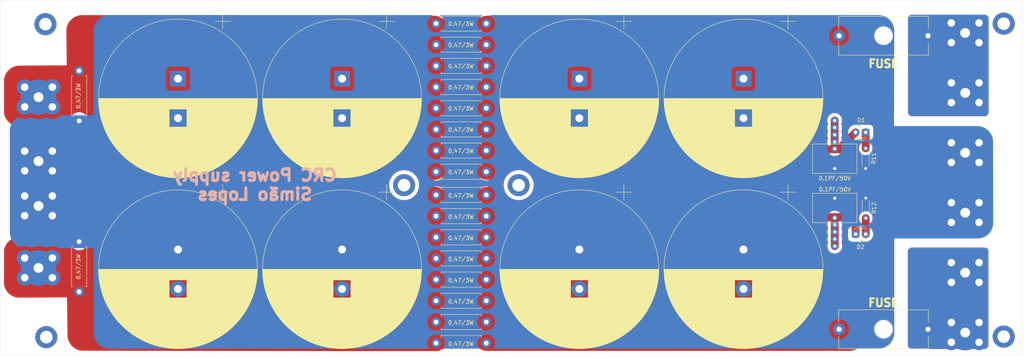
<source format=kicad_pcb>
(kicad_pcb (version 20211014) (generator pcbnew)
  (layers (0 "F.Cu" signal) (31 "B.Cu" signal) (34 "B.Paste" user) (35 "F.Paste" user) (36 "B.SilkS" user "B.Silkscreen") (37 "F.SilkS" user "F.Silkscreen") (38 "B.Mask" user) (39 "F.Mask" user) (44 "Edge.Cuts" user))
  (net 0 "")
  (net 1 "Net-(C1-Pad2)")
  (net 2 "Net-(C1-Pad1)")
  (net 3 "Net-(C10-Pad2)")
  (net 4 "Net-(D2-Pad2)")
  (net 5 "Net-(F1-Pad1)")
  (net 6 "Net-(F2-Pad1)")
  (net 7 "Net-(D1-Pad1)")
  (footprint "MountingHole:MountingHole_3.2mm_M3_DIN965_Pad" (layer "F.Cu") (at 273.59864 134.7978)
    (fp_text reference "H3" hide)
    (fp_text value "MountingHole")
    (pad "1" thru_hole circle locked (at 0 0) (size 5.6 5.6) (drill 3.2) (layers *.Cu *.Mask))
  )
  (footprint "Resistor_THT:R_Axial_DIN0411_L9.9mm_D3.6mm_P12.70mm_Horizontal" (layer "F.Cu") (at 129.92608 93.00972)
    (fp_text reference "0,47/3W" (at 6.30428 0.08736) (layer "F.SilkS"))
    (fp_text value "R")
    (pad "1" thru_hole circle locked (at 0 0) (size 2.4 2.4) (drill 1.2) (layers *.Cu *.Mask) (net 2 "Net-(C1-Pad1)"))
    (pad "2" thru_hole oval locked (at 12.7 0) (size 2.4 2.4) (drill 1.2) (layers *.Cu *.Mask) (net 2 "Net-(C1-Pad1)"))
  )
  (footprint "Resistor_THT:R_Axial_DIN0411_L9.9mm_D3.6mm_P12.70mm_Horizontal" (layer "F.Cu") (at 129.92608 87.642332)
    (fp_text reference "0,47/3W" (at 6.30428 0.08736) (layer "F.SilkS"))
    (fp_text value "R")
    (pad "1" thru_hole circle locked (at 0 0) (size 2.4 2.4) (drill 1.2) (layers *.Cu *.Mask) (net 2 "Net-(C1-Pad1)"))
    (pad "2" thru_hole oval locked (at 12.7 0) (size 2.4 2.4) (drill 1.2) (layers *.Cu *.Mask) (net 2 "Net-(C1-Pad1)"))
  )
  (footprint "Resistor_THT:R_Axial_DIN0411_L9.9mm_D3.6mm_P12.70mm_Horizontal" (layer "F.Cu") (at 129.92608 82.27495)
    (fp_text reference "0,47/3W" (at 6.30428 0.08736) (layer "F.SilkS"))
    (fp_text value "R")
    (pad "1" thru_hole circle locked (at 0 0) (size 2.4 2.4) (drill 1.2) (layers *.Cu *.Mask) (net 2 "Net-(C1-Pad1)"))
    (pad "2" thru_hole oval locked (at 12.7 0) (size 2.4 2.4) (drill 1.2) (layers *.Cu *.Mask) (net 2 "Net-(C1-Pad1)"))
  )
  (footprint "Resistor_THT:R_Axial_DIN0411_L9.9mm_D3.6mm_P12.70mm_Horizontal" (layer "F.Cu") (at 129.92608 76.907568)
    (fp_text reference "0,47/3W" (at 6.30428 0.08736) (layer "F.SilkS"))
    (fp_text value "R")
    (pad "1" thru_hole circle locked (at 0 0) (size 2.4 2.4) (drill 1.2) (layers *.Cu *.Mask) (net 2 "Net-(C1-Pad1)"))
    (pad "2" thru_hole oval locked (at 12.7 0) (size 2.4 2.4) (drill 1.2) (layers *.Cu *.Mask) (net 2 "Net-(C1-Pad1)"))
  )
  (footprint "Resistor_THT:R_Axial_DIN0411_L9.9mm_D3.6mm_P12.70mm_Horizontal" (layer "F.Cu") (at 129.92608 136.45388)
    (fp_text reference "0,47/3W" (at 6.30428 0.1788) (layer "F.SilkS"))
    (fp_text value "R")
    (pad "1" thru_hole circle locked (at 0 0) (size 2.4 2.4) (drill 1.2) (layers *.Cu *.Mask) (net 3 "Net-(C10-Pad2)"))
    (pad "2" thru_hole oval locked (at 12.7 0) (size 2.4 2.4) (drill 1.2) (layers *.Cu *.Mask) (net 3 "Net-(C10-Pad2)"))
  )
  (footprint "Resistor_THT:R_Axial_DIN0411_L9.9mm_D3.6mm_P12.70mm_Horizontal" (layer "F.Cu") (at 129.92608 131.086492)
    (fp_text reference "0,47/3W" (at 6.30428 0.1788) (layer "F.SilkS"))
    (fp_text value "R")
    (pad "1" thru_hole circle locked (at 0 0) (size 2.4 2.4) (drill 1.2) (layers *.Cu *.Mask) (net 3 "Net-(C10-Pad2)"))
    (pad "2" thru_hole oval locked (at 12.7 0) (size 2.4 2.4) (drill 1.2) (layers *.Cu *.Mask) (net 3 "Net-(C10-Pad2)"))
  )
  (footprint "Resistor_THT:R_Axial_DIN0411_L9.9mm_D3.6mm_P12.70mm_Horizontal" (layer "F.Cu") (at 129.92608 125.71911)
    (fp_text reference "0,47/3W" (at 6.30428 0.1788) (layer "F.SilkS"))
    (fp_text value "R")
    (pad "1" thru_hole circle locked (at 0 0) (size 2.4 2.4) (drill 1.2) (layers *.Cu *.Mask) (net 3 "Net-(C10-Pad2)"))
    (pad "2" thru_hole oval locked (at 12.7 0) (size 2.4 2.4) (drill 1.2) (layers *.Cu *.Mask) (net 3 "Net-(C10-Pad2)"))
  )
  (footprint "Resistor_THT:R_Axial_DIN0411_L9.9mm_D3.6mm_P12.70mm_Horizontal" (layer "F.Cu") (at 129.92608 120.351728)
    (fp_text reference "0,47/3W" (at 6.30428 0.1788) (layer "F.SilkS"))
    (fp_text value "R")
    (pad "1" thru_hole circle locked (at 0 0) (size 2.4 2.4) (drill 1.2) (layers *.Cu *.Mask) (net 3 "Net-(C10-Pad2)"))
    (pad "2" thru_hole oval locked (at 12.7 0) (size 2.4 2.4) (drill 1.2) (layers *.Cu *.Mask) (net 3 "Net-(C10-Pad2)"))
  )
  (footprint "MountingHole:MountingHole_3.2mm_M3_DIN965_Pad" (layer "F.Cu") (at 121.80316 96.40824)
    (fp_text reference "H3" hide)
    (fp_text value "MountingHole")
    (pad "1" thru_hole circle locked (at 0 0) (size 5.6 5.6) (drill 3.2) (layers *.Cu *.Mask))
  )
  (footprint "Resistor_THT:R_Axial_DIN0204_L3.6mm_D1.6mm_P5.08mm_Horizontal" (layer "F.Cu") (at 238.64824 92.15628 90)
    (fp_text reference "R11" (at 2.54 2.05764 90) (layer "F.SilkS"))
    (fp_text value "R")
    (pad "1" thru_hole circle locked (at 0 0 90) (size 1.4 1.4) (drill 0.7) (layers *.Cu *.Mask) (net 1 "Net-(C1-Pad2)"))
    (pad "2" thru_hole oval locked (at 5.08 0 90) (size 1.4 1.4) (drill 0.7) (layers *.Cu *.Mask) (net 7 "Net-(D1-Pad1)"))
  )
  (footprint "Capacitor_THT:CP_Radial_D40.0mm_P10.00mm_SnapIn" (layer "F.Cu") (at 64.58204 69.4182 -90)
    (fp_text reference "C1" hide)
    (fp_text value "CP")
    (pad "1" thru_hole rect locked (at 0 0 270) (size 4 4) (drill 2) (layers *.Cu *.Mask) (net 2 "Net-(C1-Pad1)"))
    (pad "2" thru_hole circle locked (at 10 0 270) (size 4 4) (drill 2) (layers *.Cu *.Mask) (net 1 "Net-(C1-Pad2)"))
  )
  (footprint "Capacitor_THT:CP_Radial_D40.0mm_P10.00mm_SnapIn" (layer "F.Cu") (at 106.10596 69.4182 -90)
    (fp_text reference "C2" hide)
    (fp_text value "CP")
    (pad "1" thru_hole rect locked (at 0 0 270) (size 4 4) (drill 2) (layers *.Cu *.Mask) (net 2 "Net-(C1-Pad1)"))
    (pad "2" thru_hole circle locked (at 10 0 270) (size 4 4) (drill 2) (layers *.Cu *.Mask) (net 1 "Net-(C1-Pad2)"))
  )
  (footprint "Capacitor_THT:CP_Radial_D40.0mm_P10.00mm_SnapIn" (layer "F.Cu") (at 166.17188 69.4182 -90)
    (fp_text reference "C3" hide)
    (fp_text value "CP")
    (pad "1" thru_hole rect locked (at 0 0 270) (size 4 4) (drill 2) (layers *.Cu *.Mask) (net 2 "Net-(C1-Pad1)"))
    (pad "2" thru_hole circle locked (at 10 0 270) (size 4 4) (drill 2) (layers *.Cu *.Mask) (net 1 "Net-(C1-Pad2)"))
  )
  (footprint "Capacitor_THT:CP_Radial_D40.0mm_P10.00mm_SnapIn" (layer "F.Cu") (at 207.72188 69.4182 -90)
    (fp_text reference "C4" hide)
    (fp_text value "CP")
    (pad "1" thru_hole rect locked (at 0 0 270) (size 4 4) (drill 2) (layers *.Cu *.Mask) (net 2 "Net-(C1-Pad1)"))
    (pad "2" thru_hole circle locked (at 10 0 270) (size 4 4) (drill 2) (layers *.Cu *.Mask) (net 1 "Net-(C1-Pad2)"))
  )
  (footprint "Capacitor_THT:CP_Radial_D40.0mm_P10.00mm_SnapIn" (layer "F.Cu") (at 64.58204 112.72012 -90)
    (fp_text reference "C6" hide)
    (fp_text value "CP")
    (pad "1" thru_hole rect locked (at 0 0 270) (size 4 4) (drill 2) (layers *.Cu *.Mask) (net 1 "Net-(C1-Pad2)"))
    (pad "2" thru_hole circle locked (at 10 0 270) (size 4 4) (drill 2) (layers *.Cu *.Mask) (net 3 "Net-(C10-Pad2)"))
  )
  (footprint "Capacitor_THT:CP_Radial_D40.0mm_P10.00mm_SnapIn" (layer "F.Cu") (at 106.10596 112.72012 -90)
    (fp_text reference "C7" hide)
    (fp_text value "CP")
    (pad "1" thru_hole rect locked (at 0 0 270) (size 4 4) (drill 2) (layers *.Cu *.Mask) (net 1 "Net-(C1-Pad2)"))
    (pad "2" thru_hole circle locked (at 10 0 270) (size 4 4) (drill 2) (layers *.Cu *.Mask) (net 3 "Net-(C10-Pad2)"))
  )
  (footprint "Capacitor_THT:CP_Radial_D40.0mm_P10.00mm_SnapIn" (layer "F.Cu") (at 207.72188 112.72012 -90)
    (fp_text reference "C8" hide)
    (fp_text value "CP")
    (pad "1" thru_hole rect locked (at 0 0 270) (size 4 4) (drill 2) (layers *.Cu *.Mask) (net 1 "Net-(C1-Pad2)"))
    (pad "2" thru_hole circle locked (at 10 0 270) (size 4 4) (drill 2) (layers *.Cu *.Mask) (net 3 "Net-(C10-Pad2)"))
  )
  (footprint "Capacitor_THT:CP_Radial_D40.0mm_P10.00mm_SnapIn" (layer "F.Cu") (at 166.17188 112.72012 -90)
    (fp_text reference "C9" hide)
    (fp_text value "CP")
    (pad "1" thru_hole rect locked (at 0 0 270) (size 4 4) (drill 2) (layers *.Cu *.Mask) (net 1 "Net-(C1-Pad2)"))
    (pad "2" thru_hole circle locked (at 10 0 270) (size 4 4) (drill 2) (layers *.Cu *.Mask) (net 3 "Net-(C10-Pad2)"))
  )
  (footprint "LED_THT:LED_D3.0mm" (layer "F.Cu") (at 238.64824 83.02244 180)
    (fp_text reference "D1" (at 1.16332 3.08864) (layer "F.SilkS"))
    (fp_text value "LED")
    (pad "1" thru_hole rect locked (at 0 0 180) (size 1.8 1.8) (drill 0.9) (layers *.Cu *.Mask) (net 7 "Net-(D1-Pad1)"))
    (pad "2" thru_hole circle locked (at 2.54 0 180) (size 1.8 1.8) (drill 0.9) (layers *.Cu *.Mask) (net 2 "Net-(C1-Pad1)"))
  )
  (footprint "LED_THT:LED_D3.0mm" (layer "F.Cu") (at 236.10316 108.82376)
    (fp_text reference "D2" (at 1.23952 3.24612) (layer "F.SilkS"))
    (fp_text value "LED")
    (pad "1" thru_hole rect locked (at 0 0) (size 1.8 1.8) (drill 0.9) (layers *.Cu *.Mask) (net 3 "Net-(C10-Pad2)"))
    (pad "2" thru_hole circle locked (at 2.54 0) (size 1.8 1.8) (drill 0.9) (layers *.Cu *.Mask) (net 4 "Net-(D2-Pad2)"))
  )
  (footprint "Fuse:Fuseholder_Cylinder-5x20mm_Schurter_0031_8201_Horizontal_Open" (layer "F.Cu") (at 254.42672 132.92012 180)
    (fp_text reference "FUSE" (at 11.29792 6.70752) (layer "F.SilkS") (effects (font (size 2 2) (thickness 0.5))))
    (fp_text value "Fuse")
    (pad "" np_thru_hole circle locked (at 11.25 0 180) (size 2.7 2.7) (drill 2.7) (layers *.Cu *.Mask))
    (pad "1" thru_hole circle locked (at 0 0 180) (size 3 3) (drill 1.3) (layers *.Cu *.Mask) (net 6 "Net-(F2-Pad1)"))
    (pad "2" thru_hole circle locked (at 22.5 0 180) (size 3 3) (drill 1.3) (layers *.Cu *.Mask) (net 3 "Net-(C10-Pad2)"))
  )
  (footprint "Custom Library:M4_Screw_Terminal" (layer "F.Cu") (at 260.34446 100.847836)
    (fp_text reference "GND1" hide)
    (fp_text value " " hide)
    (pad "1" thru_hole circle (at 0 0) (size 4 4) (drill 1.905) (layers *.Cu *.Mask) (net 1 "Net-(C1-Pad2)"))
    (pad "1" thru_hole circle (at 3.5 2.54) (size 9 9) (drill 2.5) (layers *.Cu *.Mask) (net 1 "Net-(C1-Pad2)"))
    (pad "1" thru_hole circle (at 7.0104 0) (size 4 4) (drill 1.905) (layers *.Cu *.Mask) (net 1 "Net-(C1-Pad2)"))
    (pad "1" thru_hole circle (at 7.0104 5.0038) (size 4 4) (drill 1.905) (layers *.Cu *.Mask) (net 1 "Net-(C1-Pad2)"))
    (pad "1" thru_hole circle (at 0 5.0038) (size 4 4) (drill 1.905) (layers *.Cu *.Mask) (net 1 "Net-(C1-Pad2)"))
  )
  (footprint "Custom Library:M4_Screw_Terminal" (layer "F.Cu") (at 260.34446 85.658744)
    (fp_text reference "GND2" hide)
    (fp_text value " " hide)
    (pad "1" thru_hole circle (at 7.0104 5.0038) (size 4 4) (drill 1.905) (layers *.Cu *.Mask) (net 1 "Net-(C1-Pad2)"))
    (pad "1" thru_hole circle (at 0 0) (size 4 4) (drill 1.905) (layers *.Cu *.Mask) (net 1 "Net-(C1-Pad2)"))
    (pad "1" thru_hole circle (at 0 5.0038) (size 4 4) (drill 1.905) (layers *.Cu *.Mask) (net 1 "Net-(C1-Pad2)"))
    (pad "1" thru_hole circle (at 7.0104 0) (size 4 4) (drill 1.905) (layers *.Cu *.Mask) (net 1 "Net-(C1-Pad2)"))
    (pad "1" thru_hole circle (at 3.5 2.54) (size 9 9) (drill 2.5) (layers *.Cu *.Mask) (net 1 "Net-(C1-Pad2)"))
  )
  (footprint "MountingHole:MountingHole_3.2mm_M3_DIN965_Pad" (layer "F.Cu") (at 31.0134 55.59552)
    (fp_text reference "H1" hide)
    (fp_text value "MountingHole")
    (pad "1" thru_hole circle locked (at 0 0) (size 5.6 5.6) (drill 3.2) (layers *.Cu *.Mask))
  )
  (footprint "MountingHole:MountingHole_3.2mm_M3_DIN965_Pad" (layer "F.Cu") (at 31.242 134.92988)
    (fp_text reference "H2" hide)
    (fp_text value "MountingHole")
    (pad "1" thru_hole circle locked (at 0 0) (size 5.6 5.6) (drill 3.2) (layers *.Cu *.Mask))
  )
  (footprint "Resistor_THT:R_Axial_DIN0411_L9.9mm_D3.6mm_P12.70mm_Horizontal" (layer "F.Cu") (at 39.55288 123.413183 90)
    (fp_text reference "0,47/3W" (at 6.35 -0.18696 90) (layer "F.SilkS"))
    (fp_text value "R")
    (pad "1" thru_hole circle locked (at 0 0 90) (size 2.4 2.4) (drill 1.2) (layers *.Cu *.Mask) (net 3 "Net-(C10-Pad2)"))
    (pad "2" thru_hole oval locked (at 12.7 0 90) (size 2.4 2.4) (drill 1.2) (layers *.Cu *.Mask) (net 1 "Net-(C1-Pad2)"))
  )
  (footprint "Resistor_THT:R_Axial_DIN0411_L9.9mm_D3.6mm_P12.70mm_Horizontal" (layer "F.Cu") (at 39.55288 80.111263 90)
    (fp_text reference "0,47/3W" (at 6.35 -0.18696 90) (layer "F.SilkS"))
    (fp_text value "R")
    (pad "1" thru_hole circle locked (at 0 0 90) (size 2.4 2.4) (drill 1.2) (layers *.Cu *.Mask) (net 1 "Net-(C1-Pad2)"))
    (pad "2" thru_hole oval locked (at 12.7 0 90) (size 2.4 2.4) (drill 1.2) (layers *.Cu *.Mask) (net 2 "Net-(C1-Pad1)"))
  )
  (footprint "Resistor_THT:R_Axial_DIN0411_L9.9mm_D3.6mm_P12.70mm_Horizontal" (layer "F.Cu") (at 129.92608 55.43804)
    (fp_text reference "0,47/3W" (at 6.30428 0.08736) (layer "F.SilkS"))
    (fp_text value "R")
    (pad "1" thru_hole circle locked (at 0 0) (size 2.4 2.4) (drill 1.2) (layers *.Cu *.Mask) (net 2 "Net-(C1-Pad1)"))
    (pad "2" thru_hole oval locked (at 12.7 0) (size 2.4 2.4) (drill 1.2) (layers *.Cu *.Mask) (net 2 "Net-(C1-Pad1)"))
  )
  (footprint "Resistor_THT:R_Axial_DIN0411_L9.9mm_D3.6mm_P12.70mm_Horizontal" (layer "F.Cu") (at 129.92608 60.805422)
    (fp_text reference "0,47/3W" (at 6.30428 0.08736) (layer "F.SilkS"))
    (fp_text value "R")
    (pad "1" thru_hole circle locked (at 0 0) (size 2.4 2.4) (drill 1.2) (layers *.Cu *.Mask) (net 2 "Net-(C1-Pad1)"))
    (pad "2" thru_hole oval locked (at 12.7 0) (size 2.4 2.4) (drill 1.2) (layers *.Cu *.Mask) (net 2 "Net-(C1-Pad1)"))
  )
  (footprint "Resistor_THT:R_Axial_DIN0411_L9.9mm_D3.6mm_P12.70mm_Horizontal" (layer "F.Cu") (at 129.92608 66.172804)
    (fp_text reference "0,47/3W" (at 6.30428 0.08736) (layer "F.SilkS"))
    (fp_text value "R")
    (pad "1" thru_hole circle locked (at 0 0) (size 2.4 2.4) (drill 1.2) (layers *.Cu *.Mask) (net 2 "Net-(C1-Pad1)"))
    (pad "2" thru_hole oval locked (at 12.7 0) (size 2.4 2.4) (drill 1.2) (layers *.Cu *.Mask) (net 2 "Net-(C1-Pad1)"))
  )
  (footprint "Resistor_THT:R_Axial_DIN0411_L9.9mm_D3.6mm_P12.70mm_Horizontal" (layer "F.Cu") (at 129.92608 71.540186)
    (fp_text reference "0,47/3W" (at 6.30428 0.08736) (layer "F.SilkS"))
    (fp_text value "R")
    (pad "1" thru_hole circle locked (at 0 0) (size 2.4 2.4) (drill 1.2) (layers *.Cu *.Mask) (net 2 "Net-(C1-Pad1)"))
    (pad "2" thru_hole oval locked (at 12.7 0) (size 2.4 2.4) (drill 1.2) (layers *.Cu *.Mask) (net 2 "Net-(C1-Pad1)"))
  )
  (footprint "Resistor_THT:R_Axial_DIN0411_L9.9mm_D3.6mm_P12.70mm_Horizontal" (layer "F.Cu") (at 129.92608 98.8822)
    (fp_text reference "0,47/3W" (at 6.30428 0.1788) (layer "F.SilkS"))
    (fp_text value "R")
    (pad "1" thru_hole circle locked (at 0 0) (size 2.4 2.4) (drill 1.2) (layers *.Cu *.Mask) (net 3 "Net-(C10-Pad2)"))
    (pad "2" thru_hole oval locked (at 12.7 0) (size 2.4 2.4) (drill 1.2) (layers *.Cu *.Mask) (net 3 "Net-(C10-Pad2)"))
  )
  (footprint "Resistor_THT:R_Axial_DIN0411_L9.9mm_D3.6mm_P12.70mm_Horizontal" (layer "F.Cu") (at 129.92608 104.249582)
    (fp_text reference "0,47/3W" (at 6.30428 0.1788) (layer "F.SilkS"))
    (fp_text value "R")
    (pad "1" thru_hole circle locked (at 0 0) (size 2.4 2.4) (drill 1.2) (layers *.Cu *.Mask) (net 3 "Net-(C10-Pad2)"))
    (pad "2" thru_hole oval locked (at 12.7 0) (size 2.4 2.4) (drill 1.2) (layers *.Cu *.Mask) (net 3 "Net-(C10-Pad2)"))
  )
  (footprint "Resistor_THT:R_Axial_DIN0411_L9.9mm_D3.6mm_P12.70mm_Horizontal" (layer "F.Cu") (at 129.92608 109.616964)
    (fp_text reference "0,47/3W" (at 6.30428 0.1788) (layer "F.SilkS"))
    (fp_text value "R")
    (pad "1" thru_hole circle locked (at 0 0) (size 2.4 2.4) (drill 1.2) (layers *.Cu *.Mask) (net 3 "Net-(C10-Pad2)"))
    (pad "2" thru_hole oval locked (at 12.7 0) (size 2.4 2.4) (drill 1.2) (layers *.Cu *.Mask) (net 3 "Net-(C10-Pad2)"))
  )
  (footprint "Resistor_THT:R_Axial_DIN0411_L9.9mm_D3.6mm_P12.70mm_Horizontal" (layer "F.Cu") (at 129.92608 114.984346)
    (fp_text reference "0,47/3W" (at 6.30428 0.1788) (layer "F.SilkS"))
    (fp_text value "R")
    (pad "1" thru_hole circle locked (at 0 0) (size 2.4 2.4) (drill 1.2) (layers *.Cu *.Mask) (net 3 "Net-(C10-Pad2)"))
    (pad "2" thru_hole oval locked (at 12.7 0) (size 2.4 2.4) (drill 1.2) (layers *.Cu *.Mask) (net 3 "Net-(C10-Pad2)"))
  )
  (footprint "Resistor_THT:R_Axial_DIN0204_L3.6mm_D1.6mm_P5.08mm_Horizontal" (layer "F.Cu") (at 238.6838 104.75976 90)
    (fp_text reference "R12" (at 2.54 2.05764 90) (layer "F.SilkS"))
    (fp_text value "R")
    (pad "1" thru_hole circle locked (at 0 0 90) (size 1.4 1.4) (drill 0.7) (layers *.Cu *.Mask) (net 4 "Net-(D2-Pad2)"))
    (pad "2" thru_hole oval locked (at 5.08 0 90) (size 1.4 1.4) (drill 0.7) (layers *.Cu *.Mask) (net 1 "Net-(C1-Pad2)"))
  )
  (footprint "Custom Library:M4_Screw_Terminal" (layer "F.Cu") (at 25.7699 71.557813)
    (fp_text reference "IN1+" hide)
    (fp_text value "Screw_Terminal_01x01" hide)
    (pad "1" thru_hole circle (at 7.0104 5.0038) (size 4 4) (drill 1.905) (layers *.Cu *.Mask) (net 2 "Net-(C1-Pad1)"))
    (pad "1" thru_hole circle (at 0 5.0038) (size 4 4) (drill 1.905) (layers *.Cu *.Mask) (net 2 "Net-(C1-Pad1)"))
    (pad "1" thru_hole circle (at 3.5 2.54) (size 9 9) (drill 2.5) (layers *.Cu *.Mask) (net 2 "Net-(C1-Pad1)"))
    (pad "1" thru_hole circle (at 0 0) (size 4 4) (drill 1.905) (layers *.Cu *.Mask) (net 2 "Net-(C1-Pad1)"))
    (pad "1" thru_hole circle (at 7.0104 0) (size 4 4) (drill 1.905) (layers *.Cu *.Mask) (net 2 "Net-(C1-Pad1)"))
  )
  (footprint "Custom Library:M4_Screw_Terminal" (layer "F.Cu") (at 25.7699 114.859733)
    (fp_text reference "IN2-" hide)
    (fp_text value "Screw_Terminal_01x01" hide)
    (pad "1" thru_hole circle (at 7.0104 0) (size 4 4) (drill 1.905) (layers *.Cu *.Mask) (net 3 "Net-(C10-Pad2)"))
    (pad "1" thru_hole circle (at 0 0) (size 4 4) (drill 1.905) (layers *.Cu *.Mask) (net 3 "Net-(C10-Pad2)"))
    (pad "1" thru_hole circle (at 0 5.0038) (size 4 4) (drill 1.905) (layers *.Cu *.Mask) (net 3 "Net-(C10-Pad2)"))
    (pad "1" thru_hole circle (at 7.0104 5.0038) (size 4 4) (drill 1.905) (layers *.Cu *.Mask) (net 3 "Net-(C10-Pad2)"))
    (pad "1" thru_hole circle (at 3.5 2.54) (size 9 9) (drill 2.5) (layers *.Cu *.Mask) (net 3 "Net-(C10-Pad2)"))
  )
  (footprint "Custom Library:M4_Screw_Terminal" (layer "F.Cu") (at 260.34446 131.22602)
    (fp_text reference "V1-" hide)
    (fp_text value "Screw_Terminal_01x01" hide)
    (pad "1" thru_hole circle (at 3.5 2.54) (size 9 9) (drill 2.5) (layers *.Cu *.Mask) (net 6 "Net-(F2-Pad1)"))
    (pad "1" thru_hole circle (at 0 0) (size 4 4) (drill 1.905) (layers *.Cu *.Mask) (net 6 "Net-(F2-Pad1)"))
    (pad "1" thru_hole circle (at 7.0104 0) (size 4 4) (drill 1.905) (layers *.Cu *.Mask) (net 6 "Net-(F2-Pad1)"))
    (pad "1" thru_hole circle (at 0 5.0038) (size 4 4) (drill 1.905) (layers *.Cu *.Mask) (net 6 "Net-(F2-Pad1)"))
    (pad "1" thru_hole circle (at 7.0104 5.0038) (size 4 4) (drill 1.905) (layers *.Cu *.Mask) (net 6 "Net-(F2-Pad1)"))
  )
  (footprint "Custom Library:M4_Screw_Terminal" (layer "F.Cu") (at 260.34446 116.036928)
    (fp_text reference "V2-" hide)
    (fp_text value "Screw_Terminal_01x01" hide)
    (pad "1" thru_hole circle (at 0 0) (size 4 4) (drill 1.905) (layers *.Cu *.Mask) (net 6 "Net-(F2-Pad1)"))
    (pad "1" thru_hole circle (at 7.0104 5.0038) (size 4 4) (drill 1.905) (layers *.Cu *.Mask) (net 6 "Net-(F2-Pad1)"))
    (pad "1" thru_hole circle (at 0 5.0038) (size 4 4) (drill 1.905) (layers *.Cu *.Mask) (net 6 "Net-(F2-Pad1)"))
    (pad "1" thru_hole circle (at 3.5 2.54) (size 9 9) (drill 2.5) (layers *.Cu *.Mask) (net 6 "Net-(F2-Pad1)"))
    (pad "1" thru_hole circle (at 7.0104 0) (size 4 4) (drill 1.905) (layers *.Cu *.Mask) (net 6 "Net-(F2-Pad1)"))
  )
  (footprint "Custom Library:M4_Screw_Terminal" (layer "F.Cu") (at 25.7699 87.77732)
    (fp_text reference "IN1-" hide)
    (fp_text value "Screw_Terminal_01x01" hide)
    (pad "1" thru_hole circle (at 7.0104 5.0038) (size 4 4) (drill 1.905) (layers *.Cu *.Mask) (net 1 "Net-(C1-Pad2)"))
    (pad "1" thru_hole circle (at 7.0104 0) (size 4 4) (drill 1.905) (layers *.Cu *.Mask) (net 1 "Net-(C1-Pad2)"))
    (pad "1" thru_hole circle (at 0 5.0038) (size 4 4) (drill 1.905) (layers *.Cu *.Mask) (net 1 "Net-(C1-Pad2)"))
    (pad "1" thru_hole circle (at 3.5 2.54) (size 9 9) (drill 2.5) (layers *.Cu *.Mask) (net 1 "Net-(C1-Pad2)"))
    (pad "1" thru_hole circle (at 0 0) (size 4 4) (drill 1.905) (layers *.Cu *.Mask) (net 1 "Net-(C1-Pad2)"))
  )
  (footprint "Custom Library:M4_Screw_Terminal" (layer "F.Cu") (at 25.7699 99.1362)
    (fp_text reference "IN2+" hide)
    (fp_text value "Screw_Terminal_01x01" hide)
    (pad "1" thru_hole circle (at 3.5 2.54) (size 9 9) (drill 2.5) (layers *.Cu *.Mask) (net 1 "Net-(C1-Pad2)"))
    (pad "1" thru_hole circle (at 7.0104 5.0038) (size 4 4) (drill 1.905) (layers *.Cu *.Mask) (net 1 "Net-(C1-Pad2)"))
    (pad "1" thru_hole circle (at 0 0) (size 4 4) (drill 1.905) (layers *.Cu *.Mask) (net 1 "Net-(C1-Pad2)"))
    (pad "1" thru_hole circle (at 0 5.0038) (size 4 4) (drill 1.905) (layers *.Cu *.Mask) (net 1 "Net-(C1-Pad2)"))
    (pad "1" thru_hole circle (at 7.0104 0) (size 4 4) (drill 1.905) (layers *.Cu *.Mask) (net 1 "Net-(C1-Pad2)"))
  )
  (footprint "Capacitor_THT:C_Rect_L7.2mm_W11.0mm_P5.00mm_FKS2_FKP2_MKS2_MKP2" (layer "F.Cu") (at 230.81996 99.695 -90)
    (fp_text reference "0.1PF/50V" (at -2.21488 -0.0508 180) (layer "F.SilkS"))
    (fp_text value "C")
    (pad "1" thru_hole circle locked (at 0 0 270) (size 1.6 1.6) (drill 0.8) (layers *.Cu *.Mask) (net 1 "Net-(C1-Pad2)"))
    (pad "2" thru_hole circle locked (at 5 0 270) (size 1.6 1.6) (drill 0.8) (layers *.Cu *.Mask) (net 3 "Net-(C10-Pad2)"))
  )
  (footprint "Capacitor_THT:C_Rect_L7.2mm_W11.0mm_P5.00mm_FKS2_FKP2_MKS2_MKP2" (layer "F.Cu") (at 230.81996 87.18296 -90)
    (fp_text reference "0.1PF/50V" (at 7.47268 0 180) (layer "F.SilkS"))
    (fp_text value "C")
    (pad "1" thru_hole circle locked (at 0 0 270) (size 1.6 1.6) (drill 0.8) (layers *.Cu *.Mask) (net 2 "Net-(C1-Pad1)"))
    (pad "2" thru_hole circle locked (at 5 0 270) (size 1.6 1.6) (drill 0.8) (layers *.Cu *.Mask) (net 1 "Net-(C1-Pad2)"))
  )
  (footprint "MountingHole:MountingHole_3.2mm_M3_DIN965_Pad" (layer "F.Cu") (at 273.59864 55.46344)
    (fp_text reference "H4" hide)
    (fp_text value "MountingHole")
    (pad "1" thru_hole circle locked (at 0 0) (size 5.6 5.6) (drill 3.2) (layers *.Cu *.Mask))
  )
  (footprint "Fuse:Fuseholder_Cylinder-5x20mm_Schurter_0031_8201_Horizontal_Open" (layer "F.Cu") (at 254.42672 58.524087 180)
    (fp_text reference "FUSE" (at 11.2522 -7.114593) (layer "F.SilkS") (effects (font (size 2 2) (thickness 0.5))))
    (fp_text value "Fuse")
    (pad "" np_thru_hole circle locked (at 11.25 0 180) (size 2.7 2.7) (drill 2.7) (layers *.Cu *.Mask))
    (pad "1" thru_hole circle locked (at 0 0 180) (size 3 3) (drill 1.3) (layers *.Cu *.Mask) (net 5 "Net-(F1-Pad1)"))
    (pad "2" thru_hole circle locked (at 22.5 0 180) (size 3 3) (drill 1.3) (layers *.Cu *.Mask) (net 2 "Net-(C1-Pad1)"))
  )
  (footprint "Custom Library:M4_Screw_Terminal" (layer "F.Cu") (at 260.32968 55.28056)
    (fp_text reference "V1+" hide)
    (fp_text value "Screw_Terminal_01x01" hide)
    (pad "1" thru_hole circle (at 7.0104 0) (size 4 4) (drill 1.905) (layers *.Cu *.Mask) (net 5 "Net-(F1-Pad1)"))
    (pad "1" thru_hole circle (at 0 5.0038) (size 4 4) (drill 1.905) (layers *.Cu *.Mask) (net 5 "Net-(F1-Pad1)"))
    (pad "1" thru_hole circle (at 0 0) (size 4 4) (drill 1.905) (layers *.Cu *.Mask) (net 5 "Net-(F1-Pad1)"))
    (pad "1" thru_hole circle (at 3.5 2.54) (size 9 9) (drill 2.5) (layers *.Cu *.Mask) (net 5 "Net-(F1-Pad1)"))
    (pad "1" thru_hole circle (at 7.0104 5.0038) (size 4 4) (drill 1.905) (layers *.Cu *.Mask) (net 5 "Net-(F1-Pad1)"))
  )
  (footprint "Custom Library:M4_Screw_Terminal" (layer "F.Cu") (at 260.34446 70.469652)
    (fp_text reference "V2+" hide)
    (fp_text value "Screw_Terminal_01x01" hide)
    (pad "1" thru_hole circle (at 3.5 2.54) (size 9 9) (drill 2.5) (layers *.Cu *.Mask) (net 5 "Net-(F1-Pad1)"))
    (pad "1" thru_hole circle (at 0 5.0038) (size 4 4) (drill 1.905) (layers *.Cu *.Mask) (net 5 "Net-(F1-Pad1)"))
    (pad "1" thru_hole circle (at 0 0) (size 4 4) (drill 1.905) (layers *.Cu *.Mask) (net 5 "Net-(F1-Pad1)"))
    (pad "1" thru_hole circle (at 7.0104 0) (size 4 4) (drill 1.905) (layers *.Cu *.Mask) (net 5 "Net-(F1-Pad1)"))
    (pad "1" thru_hole circle (at 7.0104 5.0038) (size 4 4) (drill 1.905) (layers *.Cu *.Mask) (net 5 "Net-(F1-Pad1)"))
  )
  (footprint "Custom:Pad_D1.7_Drill0.8_1x04" (layer "F.Cu") (at 230.80472 86.23808)
    (fp_text reference " " (at 0 0.5) (layer "F.SilkS"))
    (fp_text value " ")
    (fp_line (start 0 -6.223) (end 0 0.762) (layer "F.Cu") (width 2))
    (pad "1" thru_hole circle locked (at 0 -6.223) (size 1.7 1.7) (drill 0.8) (layers *.Cu *.Mask))
    (pad "1" thru_hole circle locked (at 0 -0.812625) (size 1.7 1.7) (drill 0.8) (layers *.Cu *.Mask))
    (pad "1" thru_hole circle locked (at 0 -2.616084) (size 1.7 1.7) (drill 0.8) (layers *.Cu *.Mask))
    (pad "1" thru_hole circle locked (at 0 -4.419542) (size 1.7 1.7) (drill 0.8) (layers *.Cu *.Mask))
  )
  (footprint "Custom:Pad_D1.7_Drill0.8_1x04" (layer "F.Cu") (at 230.83012 105.64368 180)
    (fp_text reference " " (at 0 0.5) (layer "F.SilkS"))
    (fp_text value " ")
    (fp_line (start 0 -6.223) (end 0 0.762) (layer "F.Cu") (width 2))
    (pad "1" thru_hole circle locked (at 0 -2.616084 180) (size 1.7 1.7) (drill 0.8) (layers *.Cu *.Mask))
    (pad "1" thru_hole circle locked (at 0 -0.812625 180) (size 1.7 1.7) (drill 0.8) (layers *.Cu *.Mask))
    (pad "1" thru_hole circle locked (at 0 -4.419542 180) (size 1.7 1.7) (drill 0.8) (layers *.Cu *.Mask))
    (pad "1" thru_hole circle locked (at 0 -6.223 180) (size 1.7 1.7) (drill 0.8) (layers *.Cu *.Mask))
  )
  (footprint "MountingHole:MountingHole_3.2mm_M3_DIN965_Pad" (layer "F.Cu") (at 150.80996 96.40824)
    (fp_text reference "H3" hide)
    (fp_text value "MountingHole")
    (pad "1" thru_hole circle locked (at 0 0) (size 5.6 5.6) (drill 3.2) (layers *.Cu *.Mask))
  )
  (gr_line (start 19.54784 139.47648) (end 278.21636 139.47648) (layer "Edge.Cuts") (width 0.05))
  (gr_line (start 278.2062 49.49444) (end 19.54784 49.49444) (layer "Edge.Cuts") (width 0.05))
  (gr_line (start 19.54784 49.49444) (end 19.54784 139.47648) (layer "Edge.Cuts") (width 0.05))
  (gr_line (start 278.21636 139.47648) (end 278.21636 49.49444) (layer "Edge.Cuts") (width 0.05))
  (gr_text "CRC Power supply\nSimão Lopes" (at 84.03336 96.2914) (layer "B.SilkS") (effects (font (size 3 3) (thickness 0.75)) (justify mirror)))
  (segment (start 231.807624 87.323056) (end 225.626736 87.323056) (width 2) (layer "F.Cu") (net 2))
  (segment (start 225.626736 87.323056) (end 207.72188 69.4182) (width 2) (layer "F.Cu") (net 2))
  (segment (start 236.10824 83.02244) (end 231.807624 87.323056) (width 2) (layer "F.Cu") (net 2))
  (segment (start 234.697639 104.518239) (end 225.923761 104.518239) (width 2) (layer "F.Cu") (net 3))
  (segment (start 236.10316 108.82376) (end 236.10316 105.92376) (width 2) (layer "F.Cu") (net 3))
  (segment (start 225.923761 104.518239) (end 207.72188 122.72012) (width 2) (layer "F.Cu") (net 3))
  (segment (start 236.10316 105.92376) (end 234.697639 104.518239) (width 2) (layer "F.Cu") (net 3))
  (segment (start 238.6838 104.75976) (end 238.6838 108.78312) (width 2) (layer "F.Cu") (net 4))
  (segment (start 238.6838 108.78312) (end 238.64316 108.82376) (width 2) (layer "F.Cu") (net 4))
  (segment (start 238.64824 87.07628) (end 238.64824 83.02244) (width 2) (layer "F.Cu") (net 7))
  (zone (net 6) (net_name "Net-(F2-Pad1)") (layer "F.Cu") (connect_pads yes (clearance 1)) (min_thickness 0.254) (fill yes (thermal_gap 0.508) (thermal_bridge_width 0.508) (smoothing fillet) (radius 1))
    (polygon (pts (xy 269.7226 137.91692) (xy 249.33656 137.91692) (xy 249.33656 112.22228) (xy 269.7226 112.22228)))
  )
  (zone (net 5) (net_name "Net-(F1-Pad1)") (layer "F.Cu") (connect_pads yes (clearance 1)) (min_thickness 0.254) (fill yes (thermal_gap 0.508) (thermal_bridge_width 0.508) (smoothing fillet) (radius 1))
    (polygon (pts (xy 269.76832 78.92796) (xy 249.38228 78.92796) (xy 249.38228 53.23332) (xy 269.76832 53.23332)))
  )
  (zone (net 3) (net_name "Net-(C10-Pad2)") (layer "F.Cu") (connect_pads yes (clearance 1)) (min_thickness 0.254) (fill yes (thermal_gap 0.508) (thermal_bridge_width 0.508) (smoothing fillet) (radius 4))
    (polygon (pts (xy 228.73716 124.562441) (xy 238.43488 124.60224) (xy 238.43488 138.44016) (xy 228.73716 138.400361) (xy 228.73716 138.41984) (xy 138.91768 138.41984) (xy 138.91768 96.81972) (xy 228.73716 96.81972)))
  )
  (zone (net 2) (net_name "Net-(C1-Pad1)") (layer "F.Cu") (connect_pads yes (clearance 1)) (min_thickness 0.254) (fill yes (thermal_gap 0.508) (thermal_bridge_width 0.508) (smoothing fillet) (radius 4))
    (polygon (pts (xy 218.609333 53.45176) (xy 228.76764 53.45176) (xy 228.76764 53.493449) (xy 238.41456 53.53304) (xy 238.41456 67.37096) (xy 228.76764 67.331369) (xy 228.76764 95.05188) (xy 138.94816 95.05188) (xy 138.94816 53.45176) (xy 216.13368 53.45176) (xy 216.13368 53.4416)))
  )
  (zone (net 3) (net_name "Net-(C10-Pad2)") (layer "F.Cu") (connect_pads yes (clearance 1)) (min_thickness 0.254) (fill yes (thermal_gap 0.508) (thermal_bridge_width 0.508) (smoothing fillet) (radius 4))
    (polygon (pts (xy 133.291478 96.775276) (xy 133.67893 138.52271) (xy 36.64331 138.36777) (xy 36.485576 124.856542) (xy 20.46732 124.95149) (xy 20.50288 109.53369) (xy 36.425443 109.439309) (xy 36.248442 96.620325)))
  )
  (zone (net 2) (net_name "Net-(C1-Pad1)") (layer "F.Cu") (connect_pads yes (clearance 1)) (min_thickness 0.254) (fill yes (thermal_gap 0.508) (thermal_bridge_width 0.508) (smoothing fillet) (radius 4))
    (polygon (pts (xy 133.293803 53.447952) (xy 133.393737 95.073468) (xy 36.359544 94.918532) (xy 36.485576 81.442862) (xy 20.46732 81.53781) (xy 20.50288 66.12001) (xy 36.425443 66.025629) (xy 36.256278 53.293009)))
  )
  (zone (net 6) (net_name "Net-(F2-Pad1)") (layer "B.Cu") (connect_pads yes (clearance 1)) (min_thickness 0.254) (fill yes (thermal_gap 0.508) (thermal_bridge_width 0.508) (smoothing fillet) (radius 1))
    (polygon (pts (xy 269.7226 137.91692) (xy 249.33656 137.91692) (xy 249.33656 112.22228) (xy 269.7226 112.22228)))
  )
  (zone (net 5) (net_name "Net-(F1-Pad1)") (layer "B.Cu") (connect_pads yes (clearance 1)) (min_thickness 0.254) (fill yes (thermal_gap 0.508) (thermal_bridge_width 0.508) (smoothing fillet) (radius 1))
    (polygon (pts (xy 269.76832 78.88224) (xy 249.38228 78.88224) (xy 249.38228 53.1876) (xy 269.76832 53.1876)))
  )
  (zone (net 1) (net_name "Net-(C1-Pad2)") (layer "B.Cu") (connect_pads yes (clearance 1)) (min_thickness 0.254) (fill yes (thermal_gap 0.508) (thermal_bridge_width 0.508) (smoothing fillet) (radius 4))
    (polygon (pts (xy 245.827441 81.42224) (xy 270.889839 81.42224) (xy 270.96212 109.94644) (xy 245.8974 109.94644) (xy 245.8974 137.85088) (xy 43.2562 137.85088) (xy 43.2562 112.38484) (xy 22.01164 112.38484) (xy 21.9964 78.67904) (xy 43.2562 78.67904) (xy 43.2562 53.2892) (xy 245.8974 53.2892)))
  )
)
</source>
